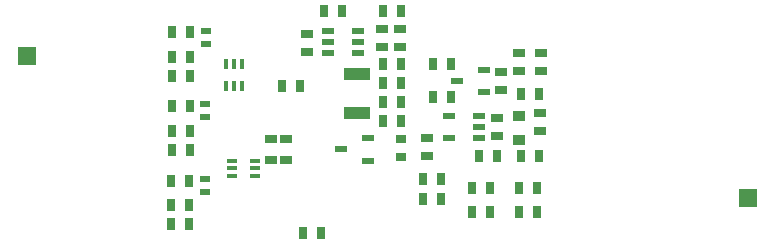
<source format=gtp>
G04*
G04 #@! TF.GenerationSoftware,Altium Limited,Altium Designer,20.2.8 (258)*
G04*
G04 Layer_Color=8421504*
%FSLAX44Y44*%
%MOMM*%
G71*
G04*
G04 #@! TF.SameCoordinates,7393FA29-42F3-4F85-A097-3E15B117B62E*
G04*
G04*
G04 #@! TF.FilePolarity,Positive*
G04*
G01*
G75*
%ADD11R,1.5000X1.5000*%
%ADD12R,0.9000X0.6500*%
%ADD13R,0.7500X1.0000*%
%ADD14R,1.0000X0.7500*%
%ADD15R,0.8300X0.5300*%
%ADD16R,0.8100X0.3100*%
%ADD17R,0.3100X0.8100*%
%ADD18R,1.0800X0.8800*%
%ADD19R,1.0000X0.6000*%
%ADD20R,1.1000X0.6000*%
%ADD21R,2.2900X1.0900*%
D11*
X630000Y-60000D02*
D03*
X20000Y60000D02*
D03*
D12*
X336000Y-10380D02*
D03*
Y-25620D02*
D03*
D13*
X235380Y35000D02*
D03*
X250620D02*
D03*
X451620Y-72000D02*
D03*
X436380D02*
D03*
X451620Y-52000D02*
D03*
X436380D02*
D03*
X142110Y17550D02*
D03*
X157350D02*
D03*
Y-19450D02*
D03*
X142110D02*
D03*
X157350Y-3450D02*
D03*
X142110D02*
D03*
X142040Y-45450D02*
D03*
X157280D02*
D03*
Y-82450D02*
D03*
X142040D02*
D03*
X157280Y-66450D02*
D03*
X142040D02*
D03*
X370620Y-44000D02*
D03*
X355380D02*
D03*
X320870Y37000D02*
D03*
X336110D02*
D03*
X437630Y28000D02*
D03*
X452870D02*
D03*
X411620Y-72000D02*
D03*
X396380D02*
D03*
X370620Y-61000D02*
D03*
X355380D02*
D03*
X411620Y-52000D02*
D03*
X396380D02*
D03*
X320870Y5000D02*
D03*
X336110D02*
D03*
X271380Y98000D02*
D03*
X286620D02*
D03*
X320870Y98000D02*
D03*
X336110D02*
D03*
X142380Y59000D02*
D03*
X157620D02*
D03*
X268620Y-90000D02*
D03*
X253380D02*
D03*
X157620Y80000D02*
D03*
X142380D02*
D03*
X453620Y-25000D02*
D03*
X438380D02*
D03*
X320870Y21000D02*
D03*
X336110D02*
D03*
X320870Y53000D02*
D03*
X336110D02*
D03*
X378620D02*
D03*
X363380D02*
D03*
X378620Y25000D02*
D03*
X363380D02*
D03*
X417620Y-25000D02*
D03*
X402380D02*
D03*
X142380Y43000D02*
D03*
X157620D02*
D03*
D14*
X239000Y-10380D02*
D03*
Y-27620D02*
D03*
X226000Y-10380D02*
D03*
Y-27620D02*
D03*
X454500Y62620D02*
D03*
Y47380D02*
D03*
X436500Y62620D02*
D03*
Y47380D02*
D03*
X421000Y31380D02*
D03*
Y46620D02*
D03*
X418000Y7620D02*
D03*
Y-7620D02*
D03*
X358000Y-24620D02*
D03*
Y-9380D02*
D03*
X454000Y-3120D02*
D03*
Y12120D02*
D03*
X256490Y78620D02*
D03*
Y63380D02*
D03*
X320490Y82620D02*
D03*
Y67380D02*
D03*
X335490Y82620D02*
D03*
Y67380D02*
D03*
D15*
X170730Y8050D02*
D03*
Y19050D02*
D03*
X170660Y-54950D02*
D03*
Y-43950D02*
D03*
X171000Y81500D02*
D03*
Y70500D02*
D03*
D16*
X212525Y-41500D02*
D03*
Y-35000D02*
D03*
Y-28500D02*
D03*
X193475D02*
D03*
Y-35000D02*
D03*
Y-41500D02*
D03*
D17*
X188500Y34475D02*
D03*
X195000D02*
D03*
X201500D02*
D03*
Y53525D02*
D03*
X195000D02*
D03*
X188500D02*
D03*
D18*
X436000Y-11160D02*
D03*
Y9160D02*
D03*
D19*
X308430Y-9475D02*
D03*
X285570Y-19000D02*
D03*
X308430Y-28525D02*
D03*
X383570Y39000D02*
D03*
X406430Y48525D02*
D03*
Y29475D02*
D03*
D20*
X274790Y62475D02*
D03*
X274790Y72000D02*
D03*
Y81525D02*
D03*
X300190Y81525D02*
D03*
Y72000D02*
D03*
Y62475D02*
D03*
X377300Y-9525D02*
D03*
Y9525D02*
D03*
X402700D02*
D03*
Y0D02*
D03*
Y-9525D02*
D03*
D21*
X299000Y11490D02*
D03*
Y44510D02*
D03*
M02*

</source>
